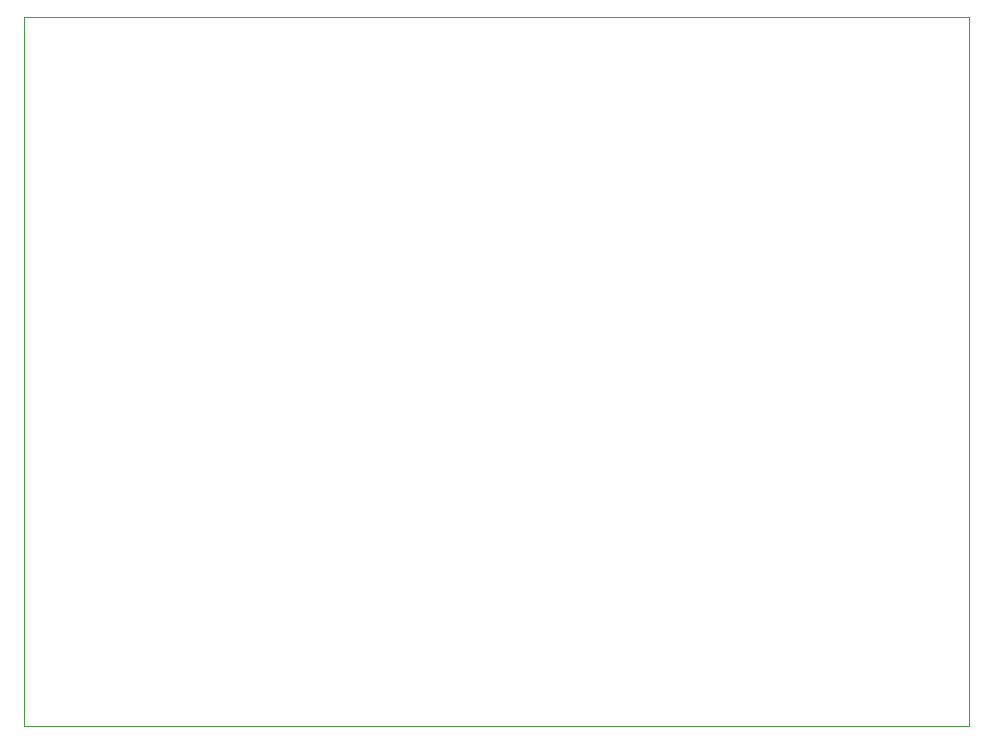
<source format=gbr>
G04 #@! TF.FileFunction,Profile,NP*
%FSLAX46Y46*%
G04 Gerber Fmt 4.6, Leading zero omitted, Abs format (unit mm)*
G04 Created by KiCad (PCBNEW 4.0.2+dfsg1-stable) date Mon 23 Oct 2017 16:48:42 CEST*
%MOMM*%
G01*
G04 APERTURE LIST*
%ADD10C,0.100000*%
%ADD11C,0.025000*%
G04 APERTURE END LIST*
D10*
D11*
X112400000Y-71600000D02*
X192400000Y-71600000D01*
X192400000Y-71600000D02*
X192400000Y-131600000D01*
X192400000Y-131600000D02*
X112400000Y-131600000D01*
X112400000Y-131600000D02*
X112400000Y-71600000D01*
M02*

</source>
